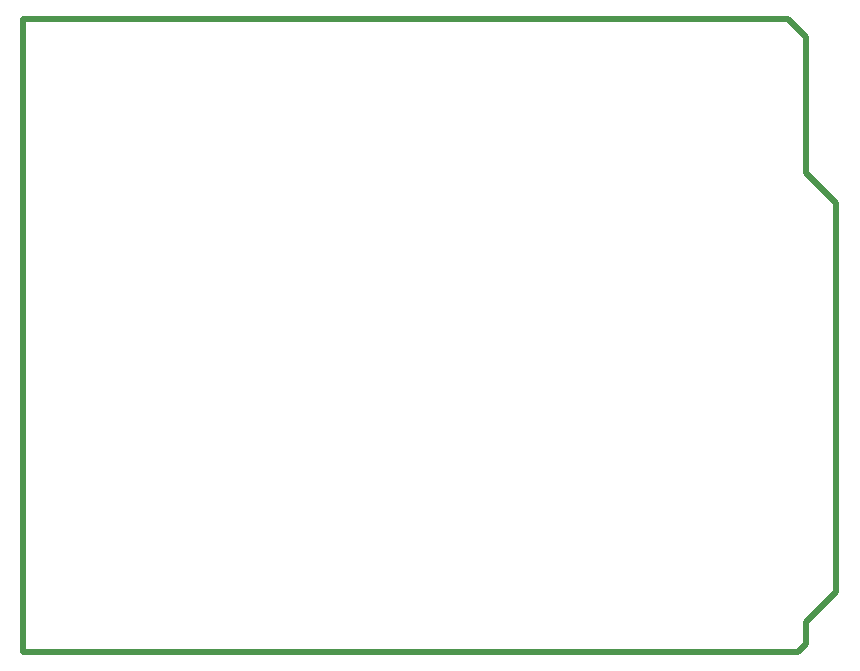
<source format=gko>
G04*
G04 #@! TF.GenerationSoftware,Altium Limited,Altium Designer,22.1.2 (22)*
G04*
G04 Layer_Color=16711935*
%FSLAX25Y25*%
%MOIN*%
G70*
G04*
G04 #@! TF.SameCoordinates,9C9567F8-7803-4A2A-AD9E-191CB7A9E8FD*
G04*
G04*
G04 #@! TF.FilePolarity,Positive*
G04*
G01*
G75*
%ADD38C,0.02000*%
D38*
X0Y0D02*
X258265D01*
X0D02*
Y211000D01*
X258265Y0D02*
X261000Y2735D01*
X0Y211000D02*
X255000D01*
X261000Y205000D01*
Y2735D02*
Y10000D01*
X261233Y10233D01*
X261237D01*
Y10237D01*
X271000Y20000D01*
Y149697D01*
X261000Y159697D02*
X271000Y149697D01*
X261000Y159697D02*
Y205000D01*
M02*

</source>
